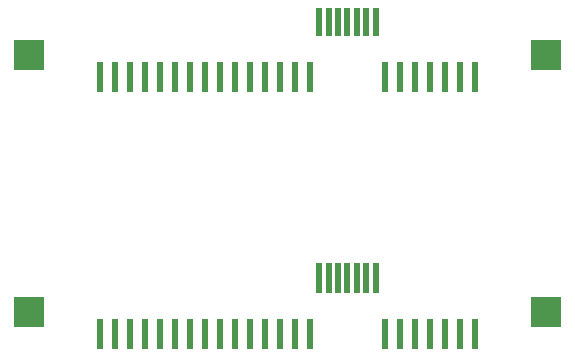
<source format=gbr>
%TF.GenerationSoftware,KiCad,Pcbnew,(5.1.10)-1*%
%TF.CreationDate,2021-07-18T21:09:21+08:00*%
%TF.ProjectId,2.5_SAS_Backend,322e355f-5341-4535-9f42-61636b656e64,rev?*%
%TF.SameCoordinates,Original*%
%TF.FileFunction,Paste,Bot*%
%TF.FilePolarity,Positive*%
%FSLAX46Y46*%
G04 Gerber Fmt 4.6, Leading zero omitted, Abs format (unit mm)*
G04 Created by KiCad (PCBNEW (5.1.10)-1) date 2021-07-18 21:09:21*
%MOMM*%
%LPD*%
G01*
G04 APERTURE LIST*
%ADD10R,2.600000X2.600000*%
%ADD11R,0.600000X2.530000*%
%ADD12R,0.500000X2.530000*%
%ADD13R,0.500000X2.330000*%
G04 APERTURE END LIST*
D10*
%TO.C,U4*%
X93630000Y-55880000D03*
X49880000Y-55880000D03*
D11*
X87630000Y-57710000D03*
X86360000Y-57710000D03*
X85090000Y-57710000D03*
X83820000Y-57710000D03*
X82550000Y-57710000D03*
X81280000Y-57710000D03*
X80010000Y-57710000D03*
D12*
X79235000Y-53040000D03*
X78435000Y-53040000D03*
X77635000Y-53040000D03*
X76835000Y-53040000D03*
X76035000Y-53040000D03*
X75235000Y-53040000D03*
X74435000Y-53040000D03*
D11*
X73660000Y-57710000D03*
X72390000Y-57710000D03*
X71120000Y-57710000D03*
X69850000Y-57710000D03*
X68580000Y-57710000D03*
X67310000Y-57710000D03*
X66040000Y-57710000D03*
X64770000Y-57710000D03*
X63500000Y-57710000D03*
X62230000Y-57710000D03*
X60960000Y-57710000D03*
X59690000Y-57710000D03*
X58420000Y-57710000D03*
X57150000Y-57710000D03*
X55880000Y-57710000D03*
%TD*%
D10*
%TO.C,U1*%
X93630000Y-34163000D03*
X49880000Y-34163000D03*
D11*
X87630000Y-35993000D03*
X86360000Y-35993000D03*
X85090000Y-35993000D03*
X83820000Y-35993000D03*
X82550000Y-35993000D03*
X81280000Y-35993000D03*
X80010000Y-35993000D03*
D13*
X79235000Y-31323000D03*
X78435000Y-31323000D03*
X77635000Y-31323000D03*
X76835000Y-31323000D03*
X76035000Y-31323000D03*
X75235000Y-31323000D03*
X74435000Y-31323000D03*
D11*
X73660000Y-35993000D03*
X72390000Y-35993000D03*
X71120000Y-35993000D03*
X69850000Y-35993000D03*
X68580000Y-35993000D03*
X67310000Y-35993000D03*
X66040000Y-35993000D03*
X64770000Y-35993000D03*
X63500000Y-35993000D03*
X62230000Y-35993000D03*
X60960000Y-35993000D03*
X59690000Y-35993000D03*
X58420000Y-35993000D03*
X57150000Y-35993000D03*
X55880000Y-35993000D03*
%TD*%
M02*

</source>
